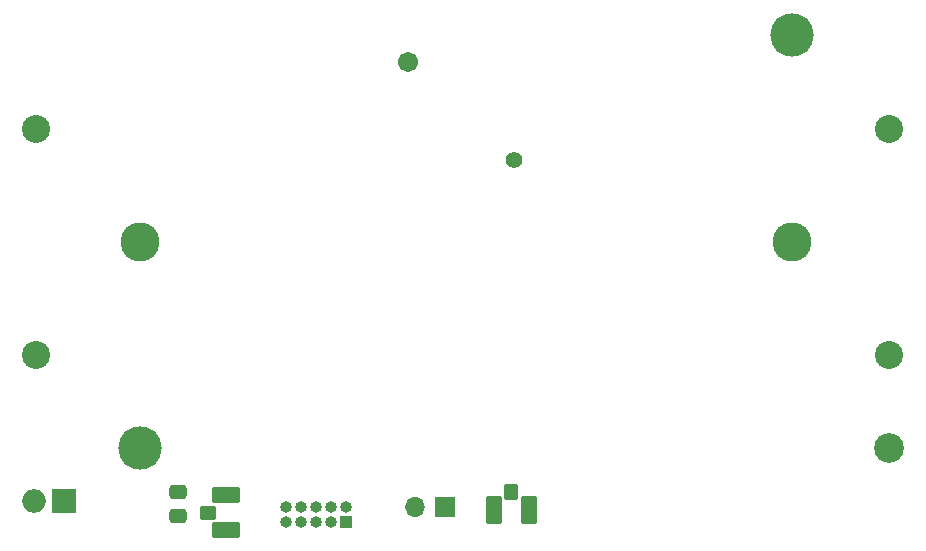
<source format=gbr>
%TF.GenerationSoftware,KiCad,Pcbnew,7.0.1*%
%TF.CreationDate,2023-11-12T14:47:07+01:00*%
%TF.ProjectId,Central_pcb,43656e74-7261-46c5-9f70-63622e6b6963,rev?*%
%TF.SameCoordinates,Original*%
%TF.FileFunction,Soldermask,Top*%
%TF.FilePolarity,Negative*%
%FSLAX46Y46*%
G04 Gerber Fmt 4.6, Leading zero omitted, Abs format (unit mm)*
G04 Created by KiCad (PCBNEW 7.0.1) date 2023-11-12 14:47:07*
%MOMM*%
%LPD*%
G01*
G04 APERTURE LIST*
G04 Aperture macros list*
%AMRoundRect*
0 Rectangle with rounded corners*
0 $1 Rounding radius*
0 $2 $3 $4 $5 $6 $7 $8 $9 X,Y pos of 4 corners*
0 Add a 4 corners polygon primitive as box body*
4,1,4,$2,$3,$4,$5,$6,$7,$8,$9,$2,$3,0*
0 Add four circle primitives for the rounded corners*
1,1,$1+$1,$2,$3*
1,1,$1+$1,$4,$5*
1,1,$1+$1,$6,$7*
1,1,$1+$1,$8,$9*
0 Add four rect primitives between the rounded corners*
20,1,$1+$1,$2,$3,$4,$5,0*
20,1,$1+$1,$4,$5,$6,$7,0*
20,1,$1+$1,$6,$7,$8,$9,0*
20,1,$1+$1,$8,$9,$2,$3,0*%
G04 Aperture macros list end*
%ADD10RoundRect,0.250000X-0.475000X0.337500X-0.475000X-0.337500X0.475000X-0.337500X0.475000X0.337500X0*%
%ADD11R,2.000000X2.000000*%
%ADD12O,2.000000X2.000000*%
%ADD13R,1.000000X1.000000*%
%ADD14O,1.000000X1.000000*%
%ADD15RoundRect,0.102000X0.550000X1.125000X-0.550000X1.125000X-0.550000X-1.125000X0.550000X-1.125000X0*%
%ADD16RoundRect,0.102000X0.525000X0.550000X-0.525000X0.550000X-0.525000X-0.550000X0.525000X-0.550000X0*%
%ADD17C,3.310000*%
%ADD18C,3.680000*%
%ADD19C,2.510000*%
%ADD20C,2.379000*%
%ADD21RoundRect,0.102000X-1.125000X0.550000X-1.125000X-0.550000X1.125000X-0.550000X1.125000X0.550000X0*%
%ADD22RoundRect,0.102000X-0.550000X0.525000X-0.550000X-0.525000X0.550000X-0.525000X0.550000X0.525000X0*%
%ADD23R,1.700000X1.700000*%
%ADD24O,1.700000X1.700000*%
%ADD25C,1.704000*%
%ADD26C,1.404000*%
G04 APERTURE END LIST*
D10*
%TO.C,C23*%
X115062000Y-109960500D03*
X115062000Y-112035500D03*
%TD*%
D11*
%TO.C,J6*%
X105410000Y-110744000D03*
D12*
X102870000Y-110744000D03*
%TD*%
D13*
%TO.C,J1*%
X129286000Y-112522000D03*
D14*
X129286000Y-111252000D03*
X128016000Y-112522000D03*
X128016000Y-111252000D03*
X126746000Y-112522000D03*
X126746000Y-111252000D03*
X125476000Y-112522000D03*
X125476000Y-111252000D03*
X124206000Y-112522000D03*
X124206000Y-111252000D03*
%TD*%
D15*
%TO.C,J2*%
X144731000Y-111532000D03*
X141781000Y-111532000D03*
D16*
X143256000Y-109982000D03*
%TD*%
D17*
%TO.C,BT1*%
X111840000Y-88798000D03*
D18*
X111840000Y-106313000D03*
X167040000Y-71313000D03*
D17*
X167040000Y-88798000D03*
D19*
X175260000Y-106313000D03*
D20*
X175260000Y-79248000D03*
X103040000Y-98378000D03*
X103040000Y-79248000D03*
X175260000Y-98378000D03*
%TD*%
D21*
%TO.C,J4*%
X119126000Y-110285000D03*
X119126000Y-113235000D03*
D22*
X117576000Y-111760000D03*
%TD*%
D23*
%TO.C,J3*%
X137673000Y-111252000D03*
D24*
X135133000Y-111252000D03*
%TD*%
D25*
%TO.C,J5*%
X134538000Y-73574000D03*
D26*
X143538000Y-81874000D03*
%TD*%
M02*

</source>
